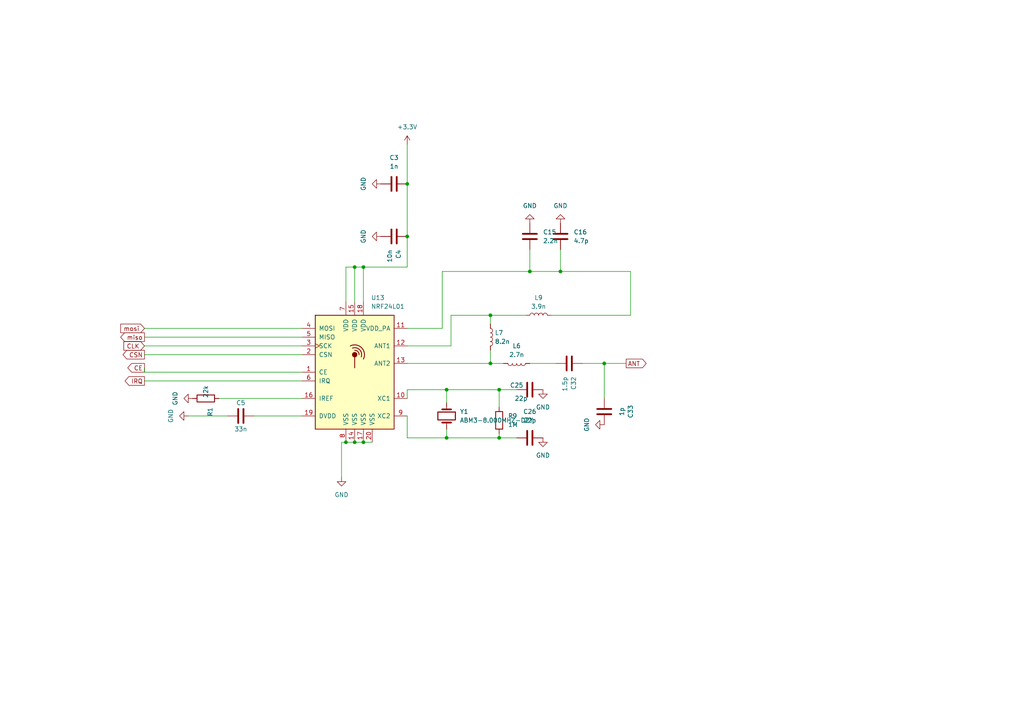
<source format=kicad_sch>
(kicad_sch (version 20230121) (generator eeschema)

  (uuid 1427096d-f0b9-4ecc-a733-fdb8cd640895)

  (paper "A4")

  (lib_symbols
    (symbol "Device:C" (pin_numbers hide) (pin_names (offset 0.254)) (in_bom yes) (on_board yes)
      (property "Reference" "C" (at 0.635 2.54 0)
        (effects (font (size 1.27 1.27)) (justify left))
      )
      (property "Value" "C" (at 0.635 -2.54 0)
        (effects (font (size 1.27 1.27)) (justify left))
      )
      (property "Footprint" "" (at 0.9652 -3.81 0)
        (effects (font (size 1.27 1.27)) hide)
      )
      (property "Datasheet" "~" (at 0 0 0)
        (effects (font (size 1.27 1.27)) hide)
      )
      (property "ki_keywords" "cap capacitor" (at 0 0 0)
        (effects (font (size 1.27 1.27)) hide)
      )
      (property "ki_description" "Unpolarized capacitor" (at 0 0 0)
        (effects (font (size 1.27 1.27)) hide)
      )
      (property "ki_fp_filters" "C_*" (at 0 0 0)
        (effects (font (size 1.27 1.27)) hide)
      )
      (symbol "C_0_1"
        (polyline
          (pts
            (xy -2.032 -0.762)
            (xy 2.032 -0.762)
          )
          (stroke (width 0.508) (type default))
          (fill (type none))
        )
        (polyline
          (pts
            (xy -2.032 0.762)
            (xy 2.032 0.762)
          )
          (stroke (width 0.508) (type default))
          (fill (type none))
        )
      )
      (symbol "C_1_1"
        (pin passive line (at 0 3.81 270) (length 2.794)
          (name "~" (effects (font (size 1.27 1.27))))
          (number "1" (effects (font (size 1.27 1.27))))
        )
        (pin passive line (at 0 -3.81 90) (length 2.794)
          (name "~" (effects (font (size 1.27 1.27))))
          (number "2" (effects (font (size 1.27 1.27))))
        )
      )
    )
    (symbol "Device:Crystal" (pin_numbers hide) (pin_names (offset 1.016) hide) (in_bom yes) (on_board yes)
      (property "Reference" "Y" (at 0 3.81 0)
        (effects (font (size 1.27 1.27)))
      )
      (property "Value" "Crystal" (at 0 -3.81 0)
        (effects (font (size 1.27 1.27)))
      )
      (property "Footprint" "" (at 0 0 0)
        (effects (font (size 1.27 1.27)) hide)
      )
      (property "Datasheet" "~" (at 0 0 0)
        (effects (font (size 1.27 1.27)) hide)
      )
      (property "ki_keywords" "quartz ceramic resonator oscillator" (at 0 0 0)
        (effects (font (size 1.27 1.27)) hide)
      )
      (property "ki_description" "Two pin crystal" (at 0 0 0)
        (effects (font (size 1.27 1.27)) hide)
      )
      (property "ki_fp_filters" "Crystal*" (at 0 0 0)
        (effects (font (size 1.27 1.27)) hide)
      )
      (symbol "Crystal_0_1"
        (rectangle (start -1.143 2.54) (end 1.143 -2.54)
          (stroke (width 0.3048) (type default))
          (fill (type none))
        )
        (polyline
          (pts
            (xy -2.54 0)
            (xy -1.905 0)
          )
          (stroke (width 0) (type default))
          (fill (type none))
        )
        (polyline
          (pts
            (xy -1.905 -1.27)
            (xy -1.905 1.27)
          )
          (stroke (width 0.508) (type default))
          (fill (type none))
        )
        (polyline
          (pts
            (xy 1.905 -1.27)
            (xy 1.905 1.27)
          )
          (stroke (width 0.508) (type default))
          (fill (type none))
        )
        (polyline
          (pts
            (xy 2.54 0)
            (xy 1.905 0)
          )
          (stroke (width 0) (type default))
          (fill (type none))
        )
      )
      (symbol "Crystal_1_1"
        (pin passive line (at -3.81 0 0) (length 1.27)
          (name "1" (effects (font (size 1.27 1.27))))
          (number "1" (effects (font (size 1.27 1.27))))
        )
        (pin passive line (at 3.81 0 180) (length 1.27)
          (name "2" (effects (font (size 1.27 1.27))))
          (number "2" (effects (font (size 1.27 1.27))))
        )
      )
    )
    (symbol "Device:L" (pin_numbers hide) (pin_names (offset 1.016) hide) (in_bom yes) (on_board yes)
      (property "Reference" "L" (at -1.27 0 90)
        (effects (font (size 1.27 1.27)))
      )
      (property "Value" "L" (at 1.905 0 90)
        (effects (font (size 1.27 1.27)))
      )
      (property "Footprint" "" (at 0 0 0)
        (effects (font (size 1.27 1.27)) hide)
      )
      (property "Datasheet" "~" (at 0 0 0)
        (effects (font (size 1.27 1.27)) hide)
      )
      (property "ki_keywords" "inductor choke coil reactor magnetic" (at 0 0 0)
        (effects (font (size 1.27 1.27)) hide)
      )
      (property "ki_description" "Inductor" (at 0 0 0)
        (effects (font (size 1.27 1.27)) hide)
      )
      (property "ki_fp_filters" "Choke_* *Coil* Inductor_* L_*" (at 0 0 0)
        (effects (font (size 1.27 1.27)) hide)
      )
      (symbol "L_0_1"
        (arc (start 0 -2.54) (mid 0.6323 -1.905) (end 0 -1.27)
          (stroke (width 0) (type default))
          (fill (type none))
        )
        (arc (start 0 -1.27) (mid 0.6323 -0.635) (end 0 0)
          (stroke (width 0) (type default))
          (fill (type none))
        )
        (arc (start 0 0) (mid 0.6323 0.635) (end 0 1.27)
          (stroke (width 0) (type default))
          (fill (type none))
        )
        (arc (start 0 1.27) (mid 0.6323 1.905) (end 0 2.54)
          (stroke (width 0) (type default))
          (fill (type none))
        )
      )
      (symbol "L_1_1"
        (pin passive line (at 0 3.81 270) (length 1.27)
          (name "1" (effects (font (size 1.27 1.27))))
          (number "1" (effects (font (size 1.27 1.27))))
        )
        (pin passive line (at 0 -3.81 90) (length 1.27)
          (name "2" (effects (font (size 1.27 1.27))))
          (number "2" (effects (font (size 1.27 1.27))))
        )
      )
    )
    (symbol "Device:R" (pin_numbers hide) (pin_names (offset 0)) (in_bom yes) (on_board yes)
      (property "Reference" "R" (at 2.032 0 90)
        (effects (font (size 1.27 1.27)))
      )
      (property "Value" "R" (at 0 0 90)
        (effects (font (size 1.27 1.27)))
      )
      (property "Footprint" "" (at -1.778 0 90)
        (effects (font (size 1.27 1.27)) hide)
      )
      (property "Datasheet" "~" (at 0 0 0)
        (effects (font (size 1.27 1.27)) hide)
      )
      (property "ki_keywords" "R res resistor" (at 0 0 0)
        (effects (font (size 1.27 1.27)) hide)
      )
      (property "ki_description" "Resistor" (at 0 0 0)
        (effects (font (size 1.27 1.27)) hide)
      )
      (property "ki_fp_filters" "R_*" (at 0 0 0)
        (effects (font (size 1.27 1.27)) hide)
      )
      (symbol "R_0_1"
        (rectangle (start -1.016 -2.54) (end 1.016 2.54)
          (stroke (width 0.254) (type default))
          (fill (type none))
        )
      )
      (symbol "R_1_1"
        (pin passive line (at 0 3.81 270) (length 1.27)
          (name "~" (effects (font (size 1.27 1.27))))
          (number "1" (effects (font (size 1.27 1.27))))
        )
        (pin passive line (at 0 -3.81 90) (length 1.27)
          (name "~" (effects (font (size 1.27 1.27))))
          (number "2" (effects (font (size 1.27 1.27))))
        )
      )
    )
    (symbol "NRF24L01_1" (pin_names (offset 1.016)) (in_bom yes) (on_board yes)
      (property "Reference" "U7" (at 8.0361 22.86 90)
        (effects (font (size 1.27 1.27)))
      )
      (property "Value" "NRF24L01" (at 5.4961 22.86 90)
        (effects (font (size 1.27 1.27)))
      )
      (property "Footprint" "Package_DFN_QFN:QFN-20-1EP_4x4mm_P0.5mm_EP2.5x2.5mm" (at 5.08 20.32 0)
        (effects (font (size 1.27 1.27) italic) (justify left) hide)
      )
      (property "Datasheet" "http://www.nordicsemi.com/eng/content/download/2730/34105/file/nRF24L01_Product_Specification_v2_0.pdf" (at 0 2.54 0)
        (effects (font (size 1.27 1.27)) hide)
      )
      (property "ki_keywords" "Low Power RF Transceiver" (at 0 0 0)
        (effects (font (size 1.27 1.27)) hide)
      )
      (property "ki_description" "Ultra low power 2.4GHz RF Transceiver, QFN-20" (at 0 0 0)
        (effects (font (size 1.27 1.27)) hide)
      )
      (property "ki_fp_filters" "QFN*4x4*0.5mm*" (at 0 0 0)
        (effects (font (size 1.27 1.27)) hide)
      )
      (symbol "NRF24L01_1_0_1"
        (rectangle (start -11.43 16.51) (end 11.43 -16.51)
          (stroke (width 0.254) (type default))
          (fill (type background))
        )
        (polyline
          (pts
            (xy 0 4.445)
            (xy 0 1.27)
          )
          (stroke (width 0.254) (type default))
          (fill (type none))
        )
        (circle (center 0 5.08) (radius 0.635)
          (stroke (width 0.254) (type default))
          (fill (type outline))
        )
        (arc (start 1.27 5.08) (mid 0.9071 5.9946) (end 0 6.35)
          (stroke (width 0.254) (type default))
          (fill (type none))
        )
        (arc (start 1.905 4.445) (mid 1.4313 6.5254) (end -0.635 6.985)
          (stroke (width 0.254) (type default))
          (fill (type none))
        )
        (arc (start 2.54 3.81) (mid 2.008 7.088) (end -1.27 7.62)
          (stroke (width 0.254) (type default))
          (fill (type none))
        )
        (rectangle (start 11.43 -13.97) (end 11.43 -13.97)
          (stroke (width 0) (type default))
          (fill (type none))
        )
      )
      (symbol "NRF24L01_1_1_1"
        (pin input line (at -15.24 0 0) (length 3.81)
          (name "CE" (effects (font (size 1.27 1.27))))
          (number "1" (effects (font (size 1.27 1.27))))
        )
        (pin passive line (at 15.24 -7.62 180) (length 3.81)
          (name "XC1" (effects (font (size 1.27 1.27))))
          (number "10" (effects (font (size 1.27 1.27))))
        )
        (pin power_out line (at 15.24 12.7 180) (length 3.81)
          (name "VDD_PA" (effects (font (size 1.27 1.27))))
          (number "11" (effects (font (size 1.27 1.27))))
        )
        (pin passive line (at 15.24 7.62 180) (length 3.81)
          (name "ANT1" (effects (font (size 1.27 1.27))))
          (number "12" (effects (font (size 1.27 1.27))))
        )
        (pin passive line (at 15.24 2.54 180) (length 3.81)
          (name "ANT2" (effects (font (size 1.27 1.27))))
          (number "13" (effects (font (size 1.27 1.27))))
        )
        (pin power_in line (at 0 -20.32 90) (length 3.81)
          (name "VSS" (effects (font (size 1.27 1.27))))
          (number "14" (effects (font (size 1.27 1.27))))
        )
        (pin power_in line (at 0 20.32 270) (length 3.81)
          (name "VDD" (effects (font (size 1.27 1.27))))
          (number "15" (effects (font (size 1.27 1.27))))
        )
        (pin passive line (at -15.24 -7.62 0) (length 3.81)
          (name "IREF" (effects (font (size 1.27 1.27))))
          (number "16" (effects (font (size 1.27 1.27))))
        )
        (pin power_in line (at 2.54 -20.32 90) (length 3.81)
          (name "VSS" (effects (font (size 1.27 1.27))))
          (number "17" (effects (font (size 1.27 1.27))))
        )
        (pin power_in line (at 2.54 20.32 270) (length 3.81)
          (name "VDD" (effects (font (size 1.27 1.27))))
          (number "18" (effects (font (size 1.27 1.27))))
        )
        (pin power_out line (at -15.24 -12.7 0) (length 3.81)
          (name "DVDD" (effects (font (size 1.27 1.27))))
          (number "19" (effects (font (size 1.27 1.27))))
        )
        (pin input line (at -15.24 5.08 0) (length 3.81)
          (name "CSN" (effects (font (size 1.27 1.27))))
          (number "2" (effects (font (size 1.27 1.27))))
        )
        (pin power_in line (at 5.08 -20.32 90) (length 3.81)
          (name "VSS" (effects (font (size 1.27 1.27))))
          (number "20" (effects (font (size 1.27 1.27))))
        )
        (pin input clock (at -15.24 7.62 0) (length 3.81)
          (name "SCK" (effects (font (size 1.27 1.27))))
          (number "3" (effects (font (size 1.27 1.27))))
        )
        (pin input line (at -15.24 12.7 0) (length 3.81)
          (name "MOSI" (effects (font (size 1.27 1.27))))
          (number "4" (effects (font (size 1.27 1.27))))
        )
        (pin output line (at -15.24 10.16 0) (length 3.81)
          (name "MISO" (effects (font (size 1.27 1.27))))
          (number "5" (effects (font (size 1.27 1.27))))
        )
        (pin output line (at -15.24 -2.54 0) (length 3.81)
          (name "IRQ" (effects (font (size 1.27 1.27))))
          (number "6" (effects (font (size 1.27 1.27))))
        )
        (pin power_in line (at -2.54 20.32 270) (length 3.81)
          (name "VDD" (effects (font (size 1.27 1.27))))
          (number "7" (effects (font (size 1.27 1.27))))
        )
        (pin power_in line (at -2.54 -20.32 90) (length 3.81)
          (name "VSS" (effects (font (size 1.27 1.27))))
          (number "8" (effects (font (size 1.27 1.27))))
        )
        (pin passive line (at 15.24 -12.7 180) (length 3.81)
          (name "XC2" (effects (font (size 1.27 1.27))))
          (number "9" (effects (font (size 1.27 1.27))))
        )
      )
    )
    (symbol "power:+3.3V" (power) (pin_names (offset 0)) (in_bom yes) (on_board yes)
      (property "Reference" "#PWR" (at 0 -3.81 0)
        (effects (font (size 1.27 1.27)) hide)
      )
      (property "Value" "+3.3V" (at 0 3.556 0)
        (effects (font (size 1.27 1.27)))
      )
      (property "Footprint" "" (at 0 0 0)
        (effects (font (size 1.27 1.27)) hide)
      )
      (property "Datasheet" "" (at 0 0 0)
        (effects (font (size 1.27 1.27)) hide)
      )
      (property "ki_keywords" "global power" (at 0 0 0)
        (effects (font (size 1.27 1.27)) hide)
      )
      (property "ki_description" "Power symbol creates a global label with name \"+3.3V\"" (at 0 0 0)
        (effects (font (size 1.27 1.27)) hide)
      )
      (symbol "+3.3V_0_1"
        (polyline
          (pts
            (xy -0.762 1.27)
            (xy 0 2.54)
          )
          (stroke (width 0) (type default))
          (fill (type none))
        )
        (polyline
          (pts
            (xy 0 0)
            (xy 0 2.54)
          )
          (stroke (width 0) (type default))
          (fill (type none))
        )
        (polyline
          (pts
            (xy 0 2.54)
            (xy 0.762 1.27)
          )
          (stroke (width 0) (type default))
          (fill (type none))
        )
      )
      (symbol "+3.3V_1_1"
        (pin power_in line (at 0 0 90) (length 0) hide
          (name "+3.3V" (effects (font (size 1.27 1.27))))
          (number "1" (effects (font (size 1.27 1.27))))
        )
      )
    )
    (symbol "power:GND" (power) (pin_names (offset 0)) (in_bom yes) (on_board yes)
      (property "Reference" "#PWR" (at 0 -6.35 0)
        (effects (font (size 1.27 1.27)) hide)
      )
      (property "Value" "GND" (at 0 -3.81 0)
        (effects (font (size 1.27 1.27)))
      )
      (property "Footprint" "" (at 0 0 0)
        (effects (font (size 1.27 1.27)) hide)
      )
      (property "Datasheet" "" (at 0 0 0)
        (effects (font (size 1.27 1.27)) hide)
      )
      (property "ki_keywords" "global power" (at 0 0 0)
        (effects (font (size 1.27 1.27)) hide)
      )
      (property "ki_description" "Power symbol creates a global label with name \"GND\" , ground" (at 0 0 0)
        (effects (font (size 1.27 1.27)) hide)
      )
      (symbol "GND_0_1"
        (polyline
          (pts
            (xy 0 0)
            (xy 0 -1.27)
            (xy 1.27 -1.27)
            (xy 0 -2.54)
            (xy -1.27 -1.27)
            (xy 0 -1.27)
          )
          (stroke (width 0) (type default))
          (fill (type none))
        )
      )
      (symbol "GND_1_1"
        (pin power_in line (at 0 0 270) (length 0) hide
          (name "GND" (effects (font (size 1.27 1.27))))
          (number "1" (effects (font (size 1.27 1.27))))
        )
      )
    )
  )

  (junction (at 142.24 105.41) (diameter 0) (color 0 0 0 0)
    (uuid 11e8a29a-ac1e-4425-9dae-eb0e81fc23cb)
  )
  (junction (at 153.67 78.74) (diameter 0) (color 0 0 0 0)
    (uuid 144d9de3-7248-447a-9578-130b13e79499)
  )
  (junction (at 175.26 105.41) (diameter 0) (color 0 0 0 0)
    (uuid 25fa6ec2-f4c4-4056-82d9-9bf9a1c0cd12)
  )
  (junction (at 144.78 127) (diameter 0) (color 0 0 0 0)
    (uuid 2ce53695-7ee0-48c3-80f7-d2eb20a22a65)
  )
  (junction (at 102.87 77.47) (diameter 0) (color 0 0 0 0)
    (uuid 3cb6f9e9-c29c-45d3-b374-0c78646e79c4)
  )
  (junction (at 118.11 53.34) (diameter 0) (color 0 0 0 0)
    (uuid 495ca338-fa25-44f9-9841-3c99ba85dc2a)
  )
  (junction (at 105.41 128.27) (diameter 0) (color 0 0 0 0)
    (uuid 5849ff8c-ac36-40d3-b193-6eace19d3ac8)
  )
  (junction (at 100.33 128.27) (diameter 0) (color 0 0 0 0)
    (uuid 7dbc2a60-ef0d-4d6d-81be-ec4f6fe52096)
  )
  (junction (at 129.54 113.03) (diameter 0) (color 0 0 0 0)
    (uuid 85e5737a-0f19-4ebb-8a26-0bd0c2372ab7)
  )
  (junction (at 142.24 91.44) (diameter 0) (color 0 0 0 0)
    (uuid adb59b24-bed6-43e3-ac2e-40a060ce7f40)
  )
  (junction (at 129.54 127) (diameter 0) (color 0 0 0 0)
    (uuid b2b22f80-4f64-43cb-8902-b189264accd3)
  )
  (junction (at 144.78 113.03) (diameter 0) (color 0 0 0 0)
    (uuid b60306ae-3cb0-4660-917b-2bb2a8e41262)
  )
  (junction (at 162.56 78.74) (diameter 0) (color 0 0 0 0)
    (uuid db208fea-2c8b-4e87-bd1c-747e1b29a36a)
  )
  (junction (at 105.41 77.47) (diameter 0) (color 0 0 0 0)
    (uuid e2c34425-bb88-4d8b-9688-13b48c138587)
  )
  (junction (at 118.11 68.58) (diameter 0) (color 0 0 0 0)
    (uuid e751821a-9d07-4a2c-94f8-d9598ad2f1d8)
  )
  (junction (at 102.87 128.27) (diameter 0) (color 0 0 0 0)
    (uuid f0825cbd-e39b-4188-aed3-ae9156311bbb)
  )

  (wire (pts (xy 118.11 68.58) (xy 118.11 77.47))
    (stroke (width 0) (type default))
    (uuid 017e2bea-239b-4e5a-98d9-2274bd6b7b5c)
  )
  (wire (pts (xy 41.91 100.33) (xy 87.63 100.33))
    (stroke (width 0) (type default))
    (uuid 022e5c28-69d2-4082-9771-05f9f4704cbd)
  )
  (wire (pts (xy 102.87 77.47) (xy 100.33 77.47))
    (stroke (width 0) (type default))
    (uuid 0840785b-7243-4e0b-8639-8ca48142e20a)
  )
  (wire (pts (xy 41.91 97.79) (xy 87.63 97.79))
    (stroke (width 0) (type default))
    (uuid 10a926f1-4625-4fc0-95a7-75191e79133c)
  )
  (wire (pts (xy 102.87 128.27) (xy 100.33 128.27))
    (stroke (width 0) (type default))
    (uuid 10ab4d9b-3f4f-405a-8117-7bc2c73ada61)
  )
  (wire (pts (xy 128.27 78.74) (xy 153.67 78.74))
    (stroke (width 0) (type default))
    (uuid 14921321-966e-42aa-8240-2a310f7f754f)
  )
  (wire (pts (xy 130.81 91.44) (xy 142.24 91.44))
    (stroke (width 0) (type default))
    (uuid 1e3d35f2-4365-4891-bed3-1275306fc27a)
  )
  (wire (pts (xy 118.11 120.65) (xy 118.11 127))
    (stroke (width 0) (type default))
    (uuid 24f41dee-9bac-4486-8324-abaf0425cdfe)
  )
  (wire (pts (xy 142.24 105.41) (xy 146.05 105.41))
    (stroke (width 0) (type default))
    (uuid 2828f417-6d99-49bc-8a57-eecd9ef64696)
  )
  (wire (pts (xy 118.11 115.57) (xy 118.11 113.03))
    (stroke (width 0) (type default))
    (uuid 288ea233-1cde-4404-8924-1570afc3ff38)
  )
  (wire (pts (xy 162.56 78.74) (xy 182.88 78.74))
    (stroke (width 0) (type default))
    (uuid 3344b5e9-a380-48ea-9333-b7b37746ce5f)
  )
  (wire (pts (xy 144.78 125.73) (xy 144.78 127))
    (stroke (width 0) (type default))
    (uuid 39524b4a-293d-4524-b51f-476fa5c55819)
  )
  (wire (pts (xy 41.91 102.87) (xy 87.63 102.87))
    (stroke (width 0) (type default))
    (uuid 3a7d65cd-154b-4f43-b9b3-1ac111436a35)
  )
  (wire (pts (xy 142.24 91.44) (xy 152.4 91.44))
    (stroke (width 0) (type default))
    (uuid 3cd2fc07-5730-41bc-88fa-bab89ff02934)
  )
  (wire (pts (xy 142.24 91.44) (xy 142.24 93.98))
    (stroke (width 0) (type default))
    (uuid 3e9fa7d3-026d-4423-b10e-c41e8d66a778)
  )
  (wire (pts (xy 100.33 128.27) (xy 99.06 128.27))
    (stroke (width 0) (type default))
    (uuid 3ed51695-44e8-4d14-aeef-f6578c611ab8)
  )
  (wire (pts (xy 118.11 95.25) (xy 128.27 95.25))
    (stroke (width 0) (type default))
    (uuid 409dc68c-2eea-42c5-8dc3-66da4407d418)
  )
  (wire (pts (xy 118.11 127) (xy 129.54 127))
    (stroke (width 0) (type default))
    (uuid 45dd0802-42c9-4439-9835-a81da8f59a75)
  )
  (wire (pts (xy 118.11 77.47) (xy 105.41 77.47))
    (stroke (width 0) (type default))
    (uuid 4e8f4fc7-03a1-4b5d-97da-8c2db69c6cf7)
  )
  (wire (pts (xy 129.54 113.03) (xy 129.54 116.84))
    (stroke (width 0) (type default))
    (uuid 546fa0a7-0244-46c7-8838-5682f8d19f98)
  )
  (wire (pts (xy 129.54 127) (xy 144.78 127))
    (stroke (width 0) (type default))
    (uuid 576d8a94-7248-4772-84d7-4e0c64aa1f1a)
  )
  (wire (pts (xy 142.24 101.6) (xy 142.24 105.41))
    (stroke (width 0) (type default))
    (uuid 5cfc8bb9-1d0c-4acf-b2a1-831b06496552)
  )
  (wire (pts (xy 66.04 120.65) (xy 54.61 120.65))
    (stroke (width 0) (type default))
    (uuid 6147fb4c-4236-4a9d-a59f-9a7b95b9fd63)
  )
  (wire (pts (xy 73.66 120.65) (xy 87.63 120.65))
    (stroke (width 0) (type default))
    (uuid 62fc2139-e3a0-49e9-940d-9c6d421f96e5)
  )
  (wire (pts (xy 175.26 105.41) (xy 168.91 105.41))
    (stroke (width 0) (type default))
    (uuid 688eee54-fcd1-4224-80ce-541f1325504e)
  )
  (wire (pts (xy 153.67 72.39) (xy 153.67 78.74))
    (stroke (width 0) (type default))
    (uuid 6c3b93d2-21f0-40ed-b8bb-e9b2d82a3e1e)
  )
  (wire (pts (xy 105.41 77.47) (xy 102.87 77.47))
    (stroke (width 0) (type default))
    (uuid 6f557bcc-f32c-4fb5-976a-3173e544d2e1)
  )
  (wire (pts (xy 153.67 78.74) (xy 162.56 78.74))
    (stroke (width 0) (type default))
    (uuid 6f63af01-0690-44c8-8660-d43c1849dbc5)
  )
  (wire (pts (xy 118.11 41.91) (xy 118.11 53.34))
    (stroke (width 0) (type default))
    (uuid 6fc25e8d-0721-4e86-a7c4-7a21df20fb7f)
  )
  (wire (pts (xy 41.91 110.49) (xy 87.63 110.49))
    (stroke (width 0) (type default))
    (uuid 754a0788-ebfb-45f3-9a40-5815539a55b9)
  )
  (wire (pts (xy 118.11 100.33) (xy 130.81 100.33))
    (stroke (width 0) (type default))
    (uuid 77eacc0b-2d76-4c34-86ae-a7d6ca0602c2)
  )
  (wire (pts (xy 129.54 124.46) (xy 129.54 127))
    (stroke (width 0) (type default))
    (uuid 7955c170-33d2-4a37-8563-5b3c809161c6)
  )
  (wire (pts (xy 181.61 105.41) (xy 175.26 105.41))
    (stroke (width 0) (type default))
    (uuid 79d9a5ed-431c-4d03-8478-86fe524330aa)
  )
  (wire (pts (xy 144.78 113.03) (xy 144.78 118.11))
    (stroke (width 0) (type default))
    (uuid 7cec6d5b-f35b-4968-9b8b-70ce51da04b5)
  )
  (wire (pts (xy 99.06 128.27) (xy 99.06 138.43))
    (stroke (width 0) (type default))
    (uuid 7ced00e4-8d78-4f9f-9eae-f56ab12ecc6d)
  )
  (wire (pts (xy 161.29 105.41) (xy 153.67 105.41))
    (stroke (width 0) (type default))
    (uuid 8569e37b-ad54-4bc4-9425-f184b625c60e)
  )
  (wire (pts (xy 107.95 128.27) (xy 105.41 128.27))
    (stroke (width 0) (type default))
    (uuid 88cb8b4a-40de-48db-86db-b70fa95cd4ff)
  )
  (wire (pts (xy 162.56 72.39) (xy 162.56 78.74))
    (stroke (width 0) (type default))
    (uuid 89c128d3-674f-4633-ba35-ab3dd2bd0349)
  )
  (wire (pts (xy 129.54 113.03) (xy 144.78 113.03))
    (stroke (width 0) (type default))
    (uuid 8a2f8bf5-9c59-4ef5-8450-b228fe7f0d92)
  )
  (wire (pts (xy 105.41 128.27) (xy 102.87 128.27))
    (stroke (width 0) (type default))
    (uuid 8ca7314f-92ce-4dff-a946-8e2052fbcf80)
  )
  (wire (pts (xy 41.91 106.68) (xy 41.91 107.95))
    (stroke (width 0) (type default))
    (uuid 920c0169-22f7-448e-b8c2-e16adb462272)
  )
  (wire (pts (xy 118.11 113.03) (xy 129.54 113.03))
    (stroke (width 0) (type default))
    (uuid 9e02e792-4aa2-405e-91d0-cff6fdf48b8e)
  )
  (wire (pts (xy 144.78 113.03) (xy 149.86 113.03))
    (stroke (width 0) (type default))
    (uuid a1a7983c-1f07-4973-ae13-a7b247581602)
  )
  (wire (pts (xy 118.11 53.34) (xy 118.11 68.58))
    (stroke (width 0) (type default))
    (uuid ae803d93-5c7a-445a-a547-659e85fd9773)
  )
  (wire (pts (xy 175.26 105.41) (xy 175.26 115.57))
    (stroke (width 0) (type default))
    (uuid b843c366-8f48-4001-9e08-559f98240a59)
  )
  (wire (pts (xy 182.88 78.74) (xy 182.88 91.44))
    (stroke (width 0) (type default))
    (uuid bc11163d-0ef5-40a1-8d44-f0180ec3827a)
  )
  (wire (pts (xy 118.11 105.41) (xy 142.24 105.41))
    (stroke (width 0) (type default))
    (uuid bc929d34-139b-42ee-bef9-2230daf43c50)
  )
  (wire (pts (xy 41.91 107.95) (xy 87.63 107.95))
    (stroke (width 0) (type default))
    (uuid c5423463-b281-46c6-b91e-ddb2b9a6f598)
  )
  (wire (pts (xy 100.33 77.47) (xy 100.33 87.63))
    (stroke (width 0) (type default))
    (uuid c5a4dbce-27af-40bd-9160-a46696f66b11)
  )
  (wire (pts (xy 105.41 77.47) (xy 105.41 87.63))
    (stroke (width 0) (type default))
    (uuid cc8ac8ad-b158-4934-a52b-f70050c96ed3)
  )
  (wire (pts (xy 102.87 77.47) (xy 102.87 87.63))
    (stroke (width 0) (type default))
    (uuid d86f978e-eca3-40ad-9893-20add7d92641)
  )
  (wire (pts (xy 128.27 78.74) (xy 128.27 95.25))
    (stroke (width 0) (type default))
    (uuid dccbc566-217f-412f-bccb-65400b29d8ef)
  )
  (wire (pts (xy 160.02 91.44) (xy 182.88 91.44))
    (stroke (width 0) (type default))
    (uuid ef195df2-6d4a-4cbf-8408-7dac4732b245)
  )
  (wire (pts (xy 130.81 91.44) (xy 130.81 100.33))
    (stroke (width 0) (type default))
    (uuid eff8667b-fc3e-4849-bdea-79502460b81b)
  )
  (wire (pts (xy 144.78 127) (xy 149.86 127))
    (stroke (width 0) (type default))
    (uuid f3e638b6-4116-45e6-a0ee-7471549be403)
  )
  (wire (pts (xy 63.5 115.57) (xy 87.63 115.57))
    (stroke (width 0) (type default))
    (uuid fd71fda6-f011-4832-8ef5-644ca429131c)
  )
  (wire (pts (xy 87.63 95.25) (xy 41.91 95.25))
    (stroke (width 0) (type default))
    (uuid fdde08db-5de8-45e0-98f5-96589b9d5444)
  )

  (global_label "ANT" (shape output) (at 181.61 105.41 0) (fields_autoplaced)
    (effects (font (size 1.27 1.27)) (justify left))
    (uuid 1d509353-a372-4e51-b1e7-99a86182f313)
    (property "Intersheetrefs" "${INTERSHEET_REFS}" (at 187.9819 105.41 0)
      (effects (font (size 1.27 1.27)) (justify left) hide)
    )
  )
  (global_label "CLK" (shape input) (at 41.91 100.33 180) (fields_autoplaced)
    (effects (font (size 1.27 1.27)) (justify right))
    (uuid 2a00e972-c311-4368-b3d4-0cbcadb7f6e7)
    (property "Intersheetrefs" "${INTERSHEET_REFS}" (at 35.3567 100.33 0)
      (effects (font (size 1.27 1.27)) (justify right) hide)
    )
  )
  (global_label "CE" (shape output) (at 41.91 106.68 180) (fields_autoplaced)
    (effects (font (size 1.27 1.27)) (justify right))
    (uuid 3b4c48a2-7606-43a6-b5d2-34cccccb0d91)
    (property "Intersheetrefs" "${INTERSHEET_REFS}" (at 36.5058 106.68 0)
      (effects (font (size 1.27 1.27)) (justify right) hide)
    )
  )
  (global_label "miso" (shape output) (at 41.91 97.79 180) (fields_autoplaced)
    (effects (font (size 1.27 1.27)) (justify right))
    (uuid 48e61306-690f-4d48-82e2-d2da45d8960b)
    (property "Intersheetrefs" "${INTERSHEET_REFS}" (at 34.4496 97.79 0)
      (effects (font (size 1.27 1.27)) (justify right) hide)
    )
  )
  (global_label "mosi" (shape input) (at 41.91 95.25 180) (fields_autoplaced)
    (effects (font (size 1.27 1.27)) (justify right))
    (uuid c13c42c3-291a-4a3e-a477-eb37b26109b6)
    (property "Intersheetrefs" "${INTERSHEET_REFS}" (at 34.4496 95.25 0)
      (effects (font (size 1.27 1.27)) (justify right) hide)
    )
  )
  (global_label "CSN" (shape output) (at 41.91 102.87 180) (fields_autoplaced)
    (effects (font (size 1.27 1.27)) (justify right))
    (uuid da915d3e-f022-40cb-8a11-35fde8769e1d)
    (property "Intersheetrefs" "${INTERSHEET_REFS}" (at 35.1148 102.87 0)
      (effects (font (size 1.27 1.27)) (justify right) hide)
    )
  )
  (global_label "IRQ" (shape output) (at 41.91 110.49 180) (fields_autoplaced)
    (effects (font (size 1.27 1.27)) (justify right))
    (uuid e6f46bf1-e87e-48b6-993f-19a0eb70d0e8)
    (property "Intersheetrefs" "${INTERSHEET_REFS}" (at 35.7195 110.49 0)
      (effects (font (size 1.27 1.27)) (justify right) hide)
    )
  )

  (symbol (lib_id "Device:L") (at 142.24 97.79 0) (unit 1)
    (in_bom yes) (on_board yes) (dnp no) (fields_autoplaced)
    (uuid 00604747-73a3-483f-a6a7-f33323d77010)
    (property "Reference" "L7" (at 143.51 96.52 0)
      (effects (font (size 1.27 1.27)) (justify left))
    )
    (property "Value" "8.2n" (at 143.51 99.06 0)
      (effects (font (size 1.27 1.27)) (justify left))
    )
    (property "Footprint" "" (at 142.24 97.79 0)
      (effects (font (size 1.27 1.27)) hide)
    )
    (property "Datasheet" "~" (at 142.24 97.79 0)
      (effects (font (size 1.27 1.27)) hide)
    )
    (pin "1" (uuid a812ce3a-c772-4ce4-82fd-7de0e1093233))
    (pin "2" (uuid 26cc9259-8b4d-47b4-a362-aa422e215798))
    (instances
      (project "circuit-design-project"
        (path "/5edc11a2-8836-4620-96d3-084a4c3d792c/6832ff7e-1bea-41f8-b50e-c78be3f04447"
          (reference "L7") (unit 1)
        )
      )
    )
  )

  (symbol (lib_id "power:GND") (at 110.49 53.34 270) (unit 1)
    (in_bom yes) (on_board yes) (dnp no) (fields_autoplaced)
    (uuid 0554fa18-605c-4fd5-bdb0-58c13b8e6f7b)
    (property "Reference" "#PWR07" (at 104.14 53.34 0)
      (effects (font (size 1.27 1.27)) hide)
    )
    (property "Value" "GND" (at 105.41 53.34 0)
      (effects (font (size 1.27 1.27)))
    )
    (property "Footprint" "" (at 110.49 53.34 0)
      (effects (font (size 1.27 1.27)) hide)
    )
    (property "Datasheet" "" (at 110.49 53.34 0)
      (effects (font (size 1.27 1.27)) hide)
    )
    (pin "1" (uuid 00cb290e-3329-42b5-8319-2842231cec74))
    (instances
      (project "circuit-design-project"
        (path "/5edc11a2-8836-4620-96d3-084a4c3d792c"
          (reference "#PWR07") (unit 1)
        )
        (path "/5edc11a2-8836-4620-96d3-084a4c3d792c/6832ff7e-1bea-41f8-b50e-c78be3f04447"
          (reference "#PWR049") (unit 1)
        )
      )
    )
  )

  (symbol (lib_id "power:GND") (at 55.88 115.57 270) (unit 1)
    (in_bom yes) (on_board yes) (dnp no) (fields_autoplaced)
    (uuid 13a953fc-171f-437e-a048-7ccd78874963)
    (property "Reference" "#PWR012" (at 49.53 115.57 0)
      (effects (font (size 1.27 1.27)) hide)
    )
    (property "Value" "GND" (at 50.8 115.57 0)
      (effects (font (size 1.27 1.27)))
    )
    (property "Footprint" "" (at 55.88 115.57 0)
      (effects (font (size 1.27 1.27)) hide)
    )
    (property "Datasheet" "" (at 55.88 115.57 0)
      (effects (font (size 1.27 1.27)) hide)
    )
    (pin "1" (uuid c49801df-4737-425b-8e2b-7e84681a29bf))
    (instances
      (project "circuit-design-project"
        (path "/5edc11a2-8836-4620-96d3-084a4c3d792c"
          (reference "#PWR012") (unit 1)
        )
        (path "/5edc11a2-8836-4620-96d3-084a4c3d792c/6832ff7e-1bea-41f8-b50e-c78be3f04447"
          (reference "#PWR053") (unit 1)
        )
      )
    )
  )

  (symbol (lib_id "Device:C") (at 153.67 68.58 0) (unit 1)
    (in_bom yes) (on_board yes) (dnp no) (fields_autoplaced)
    (uuid 409c2684-68c5-4439-9575-a480051c6bc2)
    (property "Reference" "C15" (at 157.48 67.31 0)
      (effects (font (size 1.27 1.27)) (justify left))
    )
    (property "Value" "2.2n" (at 157.48 69.85 0)
      (effects (font (size 1.27 1.27)) (justify left))
    )
    (property "Footprint" "" (at 154.6352 72.39 0)
      (effects (font (size 1.27 1.27)) hide)
    )
    (property "Datasheet" "~" (at 153.67 68.58 0)
      (effects (font (size 1.27 1.27)) hide)
    )
    (pin "1" (uuid bff445bf-d214-4746-b890-359157b3e069))
    (pin "2" (uuid 5609af4c-5754-499e-a30f-e4b5dbe0b490))
    (instances
      (project "circuit-design-project"
        (path "/5edc11a2-8836-4620-96d3-084a4c3d792c/6832ff7e-1bea-41f8-b50e-c78be3f04447"
          (reference "C15") (unit 1)
        )
      )
    )
  )

  (symbol (lib_id "power:GND") (at 153.67 64.77 180) (unit 1)
    (in_bom yes) (on_board yes) (dnp no) (fields_autoplaced)
    (uuid 4deaa518-74aa-425e-94df-34325b708d05)
    (property "Reference" "#PWR025" (at 153.67 58.42 0)
      (effects (font (size 1.27 1.27)) hide)
    )
    (property "Value" "GND" (at 153.67 59.69 0)
      (effects (font (size 1.27 1.27)))
    )
    (property "Footprint" "" (at 153.67 64.77 0)
      (effects (font (size 1.27 1.27)) hide)
    )
    (property "Datasheet" "" (at 153.67 64.77 0)
      (effects (font (size 1.27 1.27)) hide)
    )
    (pin "1" (uuid 492b5e82-0218-4c4c-9595-34041c232938))
    (instances
      (project "circuit-design-project"
        (path "/5edc11a2-8836-4620-96d3-084a4c3d792c/6832ff7e-1bea-41f8-b50e-c78be3f04447"
          (reference "#PWR025") (unit 1)
        )
      )
    )
  )

  (symbol (lib_id "power:GND") (at 157.48 113.03 0) (unit 1)
    (in_bom yes) (on_board yes) (dnp no) (fields_autoplaced)
    (uuid 51c6c32d-b49f-4087-8649-192612e3a588)
    (property "Reference" "#PWR039" (at 157.48 119.38 0)
      (effects (font (size 1.27 1.27)) hide)
    )
    (property "Value" "GND" (at 157.48 118.11 0)
      (effects (font (size 1.27 1.27)))
    )
    (property "Footprint" "" (at 157.48 113.03 0)
      (effects (font (size 1.27 1.27)) hide)
    )
    (property "Datasheet" "" (at 157.48 113.03 0)
      (effects (font (size 1.27 1.27)) hide)
    )
    (pin "1" (uuid 47e2ad99-eadf-47e2-bec0-993653abc0c8))
    (instances
      (project "circuit-design-project"
        (path "/5edc11a2-8836-4620-96d3-084a4c3d792c/7cc093cf-7d35-47c1-a2c0-c4a7dfa19d71"
          (reference "#PWR039") (unit 1)
        )
        (path "/5edc11a2-8836-4620-96d3-084a4c3d792c/6832ff7e-1bea-41f8-b50e-c78be3f04447"
          (reference "#PWR017") (unit 1)
        )
      )
    )
  )

  (symbol (lib_id "Device:L") (at 149.86 105.41 270) (unit 1)
    (in_bom yes) (on_board yes) (dnp no) (fields_autoplaced)
    (uuid 526543ec-fda0-4895-8334-ad4671b82119)
    (property "Reference" "L6" (at 149.86 100.33 90)
      (effects (font (size 1.27 1.27)))
    )
    (property "Value" "2.7n" (at 149.86 102.87 90)
      (effects (font (size 1.27 1.27)))
    )
    (property "Footprint" "" (at 149.86 105.41 0)
      (effects (font (size 1.27 1.27)) hide)
    )
    (property "Datasheet" "~" (at 149.86 105.41 0)
      (effects (font (size 1.27 1.27)) hide)
    )
    (pin "1" (uuid b0203596-9fca-4733-8185-d26d533ba475))
    (pin "2" (uuid 0f02cad3-306e-4e2d-b610-04200609d78a))
    (instances
      (project "circuit-design-project"
        (path "/5edc11a2-8836-4620-96d3-084a4c3d792c/6832ff7e-1bea-41f8-b50e-c78be3f04447"
          (reference "L6") (unit 1)
        )
      )
    )
  )

  (symbol (lib_id "power:GND") (at 110.49 68.58 270) (unit 1)
    (in_bom yes) (on_board yes) (dnp no) (fields_autoplaced)
    (uuid 54d189fd-d66f-4c8a-b9b9-5e2aa0fd9374)
    (property "Reference" "#PWR08" (at 104.14 68.58 0)
      (effects (font (size 1.27 1.27)) hide)
    )
    (property "Value" "GND" (at 105.41 68.58 0)
      (effects (font (size 1.27 1.27)))
    )
    (property "Footprint" "" (at 110.49 68.58 0)
      (effects (font (size 1.27 1.27)) hide)
    )
    (property "Datasheet" "" (at 110.49 68.58 0)
      (effects (font (size 1.27 1.27)) hide)
    )
    (pin "1" (uuid 7fd039ce-069c-4bb4-be4a-6e0d7d44ea82))
    (instances
      (project "circuit-design-project"
        (path "/5edc11a2-8836-4620-96d3-084a4c3d792c"
          (reference "#PWR08") (unit 1)
        )
        (path "/5edc11a2-8836-4620-96d3-084a4c3d792c/6832ff7e-1bea-41f8-b50e-c78be3f04447"
          (reference "#PWR050") (unit 1)
        )
      )
    )
  )

  (symbol (lib_id "power:GND") (at 175.26 123.19 270) (unit 1)
    (in_bom yes) (on_board yes) (dnp no) (fields_autoplaced)
    (uuid 65d12cf4-ce79-42f3-8120-19d4b6928f78)
    (property "Reference" "#PWR055" (at 168.91 123.19 0)
      (effects (font (size 1.27 1.27)) hide)
    )
    (property "Value" "GND" (at 170.18 123.19 0)
      (effects (font (size 1.27 1.27)))
    )
    (property "Footprint" "" (at 175.26 123.19 0)
      (effects (font (size 1.27 1.27)) hide)
    )
    (property "Datasheet" "" (at 175.26 123.19 0)
      (effects (font (size 1.27 1.27)) hide)
    )
    (pin "1" (uuid d5b5d459-87e6-4f92-9c09-6e22f2515505))
    (instances
      (project "circuit-design-project"
        (path "/5edc11a2-8836-4620-96d3-084a4c3d792c/6832ff7e-1bea-41f8-b50e-c78be3f04447"
          (reference "#PWR055") (unit 1)
        )
      )
    )
  )

  (symbol (lib_id "Device:R") (at 59.69 115.57 270) (unit 1)
    (in_bom yes) (on_board yes) (dnp no)
    (uuid 6809dde7-d740-457a-81f3-bf0a1b8e87f2)
    (property "Reference" "R1" (at 60.96 118.11 0)
      (effects (font (size 1.27 1.27)) (justify left))
    )
    (property "Value" "22k" (at 59.69 111.76 0)
      (effects (font (size 1.27 1.27)) (justify left))
    )
    (property "Footprint" "" (at 59.69 113.792 90)
      (effects (font (size 1.27 1.27)) hide)
    )
    (property "Datasheet" "~" (at 59.69 115.57 0)
      (effects (font (size 1.27 1.27)) hide)
    )
    (pin "1" (uuid 88c26176-688c-416d-bf75-d08eeeda57a7))
    (pin "2" (uuid de7fe261-0d2d-4194-8535-a5e7f8623cad))
    (instances
      (project "circuit-design-project"
        (path "/5edc11a2-8836-4620-96d3-084a4c3d792c"
          (reference "R1") (unit 1)
        )
        (path "/5edc11a2-8836-4620-96d3-084a4c3d792c/6832ff7e-1bea-41f8-b50e-c78be3f04447"
          (reference "R5") (unit 1)
        )
      )
    )
  )

  (symbol (lib_name "NRF24L01_1") (lib_id "RF:NRF24L01") (at 102.87 107.95 0) (unit 1)
    (in_bom yes) (on_board yes) (dnp no) (fields_autoplaced)
    (uuid 69a1ec19-2033-4710-8b1e-36f8e8e282a4)
    (property "Reference" "U13" (at 107.6041 86.36 0)
      (effects (font (size 1.27 1.27)) (justify left))
    )
    (property "Value" "NRF24L01" (at 107.6041 88.9 0)
      (effects (font (size 1.27 1.27)) (justify left))
    )
    (property "Footprint" "Package_DFN_QFN:QFN-20-1EP_4x4mm_P0.5mm_EP2.5x2.5mm" (at 107.95 87.63 0)
      (effects (font (size 1.27 1.27) italic) (justify left) hide)
    )
    (property "Datasheet" "http://www.nordicsemi.com/eng/content/download/2730/34105/file/nRF24L01_Product_Specification_v2_0.pdf" (at 102.87 105.41 0)
      (effects (font (size 1.27 1.27)) hide)
    )
    (pin "9" (uuid 74bc85ae-2c64-44cd-892c-52d5f8dc150b))
    (pin "16" (uuid 861aab14-8502-4f28-9d52-59948af17ac5))
    (pin "14" (uuid 5de12209-564a-4853-a79f-e886658b1737))
    (pin "1" (uuid 36530dac-7d55-4bd5-8a4e-6ba65de69780))
    (pin "11" (uuid 48b97943-3332-412c-9b9f-b60772a32147))
    (pin "18" (uuid e49d211f-7d72-4dec-879b-f20dda2bad60))
    (pin "19" (uuid 6a934ee7-4bab-446a-a983-617dd9e99718))
    (pin "2" (uuid 80b9f4ac-9e3f-49b8-bd7d-f6ba8f07258a))
    (pin "15" (uuid ed302b00-b534-46ac-b9d0-0ac96b3ade04))
    (pin "17" (uuid 36d956ec-d965-4fe3-9ab4-fa39ff58c240))
    (pin "20" (uuid 7525eca6-9985-48ad-9a9b-6db0b88aab5b))
    (pin "3" (uuid 119b8a4c-9b11-4f6c-a028-5ba09df03811))
    (pin "4" (uuid 3a3dbe74-b567-4675-b80e-57db1f3c99a3))
    (pin "5" (uuid 61f0c172-cc6b-4c4f-b596-556d10761718))
    (pin "6" (uuid 0c2f5276-b641-481e-9bf1-5a07462375af))
    (pin "7" (uuid a9f7d333-75be-4842-b5d4-b3e5e625f5d0))
    (pin "10" (uuid e69874ef-246b-45a2-90f5-00046a1a04c1))
    (pin "12" (uuid 1bbcf254-fc29-4e0c-ab64-f616c75c027b))
    (pin "13" (uuid e838d6f1-86e9-4e71-9608-780d4fccdb08))
    (pin "8" (uuid 0eeeddc7-1338-4fb7-9b51-53b570a9a9f6))
    (instances
      (project "circuit-design-project"
        (path "/5edc11a2-8836-4620-96d3-084a4c3d792c/6832ff7e-1bea-41f8-b50e-c78be3f04447"
          (reference "U13") (unit 1)
        )
      )
    )
  )

  (symbol (lib_id "Device:C") (at 114.3 68.58 270) (unit 1)
    (in_bom yes) (on_board yes) (dnp no)
    (uuid 6b150c22-f0de-41b2-bb0c-cd59b58fa1c9)
    (property "Reference" "C4" (at 115.57 72.39 0)
      (effects (font (size 1.27 1.27)) (justify left))
    )
    (property "Value" "10n" (at 113.03 72.39 0)
      (effects (font (size 1.27 1.27)) (justify left))
    )
    (property "Footprint" "" (at 110.49 69.5452 0)
      (effects (font (size 1.27 1.27)) hide)
    )
    (property "Datasheet" "~" (at 114.3 68.58 0)
      (effects (font (size 1.27 1.27)) hide)
    )
    (pin "2" (uuid 25f825e5-e574-44c3-8c0f-135daa8308a4))
    (pin "1" (uuid 9a563ad0-ffa4-4252-8589-4dcb6c9f5d7e))
    (instances
      (project "circuit-design-project"
        (path "/5edc11a2-8836-4620-96d3-084a4c3d792c"
          (reference "C4") (unit 1)
        )
        (path "/5edc11a2-8836-4620-96d3-084a4c3d792c/6832ff7e-1bea-41f8-b50e-c78be3f04447"
          (reference "C30") (unit 1)
        )
      )
    )
  )

  (symbol (lib_id "power:GND") (at 162.56 64.77 180) (unit 1)
    (in_bom yes) (on_board yes) (dnp no) (fields_autoplaced)
    (uuid 72d8a002-120d-4ab1-b93a-b4ee29447713)
    (property "Reference" "#PWR026" (at 162.56 58.42 0)
      (effects (font (size 1.27 1.27)) hide)
    )
    (property "Value" "GND" (at 162.56 59.69 0)
      (effects (font (size 1.27 1.27)))
    )
    (property "Footprint" "" (at 162.56 64.77 0)
      (effects (font (size 1.27 1.27)) hide)
    )
    (property "Datasheet" "" (at 162.56 64.77 0)
      (effects (font (size 1.27 1.27)) hide)
    )
    (pin "1" (uuid dd03e22e-0148-4ce3-b6e6-fc4621ce4248))
    (instances
      (project "circuit-design-project"
        (path "/5edc11a2-8836-4620-96d3-084a4c3d792c/6832ff7e-1bea-41f8-b50e-c78be3f04447"
          (reference "#PWR026") (unit 1)
        )
      )
    )
  )

  (symbol (lib_id "power:+3.3V") (at 118.11 41.91 0) (unit 1)
    (in_bom yes) (on_board yes) (dnp no) (fields_autoplaced)
    (uuid 7fe6caca-764f-4806-943d-68f1232e2b20)
    (property "Reference" "#PWR057" (at 118.11 45.72 0)
      (effects (font (size 1.27 1.27)) hide)
    )
    (property "Value" "+3.3V" (at 118.11 36.83 0)
      (effects (font (size 1.27 1.27)))
    )
    (property "Footprint" "" (at 118.11 41.91 0)
      (effects (font (size 1.27 1.27)) hide)
    )
    (property "Datasheet" "" (at 118.11 41.91 0)
      (effects (font (size 1.27 1.27)) hide)
    )
    (pin "1" (uuid 920a543e-7ee1-4e0f-b137-73392fc0d104))
    (instances
      (project "circuit-design-project"
        (path "/5edc11a2-8836-4620-96d3-084a4c3d792c/b7d01e90-2a10-446a-806b-ec4e10b7deac"
          (reference "#PWR057") (unit 1)
        )
        (path "/5edc11a2-8836-4620-96d3-084a4c3d792c/6832ff7e-1bea-41f8-b50e-c78be3f04447"
          (reference "#PWR064") (unit 1)
        )
      )
    )
  )

  (symbol (lib_id "Device:R") (at 144.78 121.92 0) (unit 1)
    (in_bom yes) (on_board yes) (dnp no) (fields_autoplaced)
    (uuid 82c64196-2c13-41c7-a5b4-508f441b7ee5)
    (property "Reference" "R9" (at 147.32 120.65 0)
      (effects (font (size 1.27 1.27)) (justify left))
    )
    (property "Value" "1M" (at 147.32 123.19 0)
      (effects (font (size 1.27 1.27)) (justify left))
    )
    (property "Footprint" "" (at 143.002 121.92 90)
      (effects (font (size 1.27 1.27)) hide)
    )
    (property "Datasheet" "~" (at 144.78 121.92 0)
      (effects (font (size 1.27 1.27)) hide)
    )
    (pin "2" (uuid cb878939-ed93-4ee2-b7ef-0c703359ca67))
    (pin "1" (uuid f26c2914-e248-4c68-9981-56602d444e5d))
    (instances
      (project "circuit-design-project"
        (path "/5edc11a2-8836-4620-96d3-084a4c3d792c/7cc093cf-7d35-47c1-a2c0-c4a7dfa19d71"
          (reference "R9") (unit 1)
        )
        (path "/5edc11a2-8836-4620-96d3-084a4c3d792c/6832ff7e-1bea-41f8-b50e-c78be3f04447"
          (reference "R9") (unit 1)
        )
      )
    )
  )

  (symbol (lib_id "power:GND") (at 157.48 127 0) (unit 1)
    (in_bom yes) (on_board yes) (dnp no) (fields_autoplaced)
    (uuid 9d1ed33f-5dda-4c02-9314-bf0cdd6f07e1)
    (property "Reference" "#PWR040" (at 157.48 133.35 0)
      (effects (font (size 1.27 1.27)) hide)
    )
    (property "Value" "GND" (at 157.48 132.08 0)
      (effects (font (size 1.27 1.27)))
    )
    (property "Footprint" "" (at 157.48 127 0)
      (effects (font (size 1.27 1.27)) hide)
    )
    (property "Datasheet" "" (at 157.48 127 0)
      (effects (font (size 1.27 1.27)) hide)
    )
    (pin "1" (uuid 1e7bc57c-4fa6-4c89-8f48-df6a626d9b02))
    (instances
      (project "circuit-design-project"
        (path "/5edc11a2-8836-4620-96d3-084a4c3d792c/7cc093cf-7d35-47c1-a2c0-c4a7dfa19d71"
          (reference "#PWR040") (unit 1)
        )
        (path "/5edc11a2-8836-4620-96d3-084a4c3d792c/6832ff7e-1bea-41f8-b50e-c78be3f04447"
          (reference "#PWR018") (unit 1)
        )
      )
    )
  )

  (symbol (lib_id "Device:C") (at 175.26 119.38 0) (unit 1)
    (in_bom yes) (on_board yes) (dnp no) (fields_autoplaced)
    (uuid 9f25da61-72f2-4c1e-9066-afeacdb6435b)
    (property "Reference" "C33" (at 182.88 119.38 90)
      (effects (font (size 1.27 1.27)))
    )
    (property "Value" "1p" (at 180.34 119.38 90)
      (effects (font (size 1.27 1.27)))
    )
    (property "Footprint" "" (at 176.2252 123.19 0)
      (effects (font (size 1.27 1.27)) hide)
    )
    (property "Datasheet" "~" (at 175.26 119.38 0)
      (effects (font (size 1.27 1.27)) hide)
    )
    (pin "2" (uuid cf5a0285-5204-4621-886c-408f0c631d77))
    (pin "1" (uuid f4618d37-b064-4423-8ea0-0f948c1b08db))
    (instances
      (project "circuit-design-project"
        (path "/5edc11a2-8836-4620-96d3-084a4c3d792c/6832ff7e-1bea-41f8-b50e-c78be3f04447"
          (reference "C33") (unit 1)
        )
      )
    )
  )

  (symbol (lib_id "power:GND") (at 99.06 138.43 0) (unit 1)
    (in_bom yes) (on_board yes) (dnp no) (fields_autoplaced)
    (uuid a628ce3b-60cf-4562-bc76-39dadb2501b1)
    (property "Reference" "#PWR031" (at 99.06 144.78 0)
      (effects (font (size 1.27 1.27)) hide)
    )
    (property "Value" "GND" (at 99.06 143.51 0)
      (effects (font (size 1.27 1.27)))
    )
    (property "Footprint" "" (at 99.06 138.43 0)
      (effects (font (size 1.27 1.27)) hide)
    )
    (property "Datasheet" "" (at 99.06 138.43 0)
      (effects (font (size 1.27 1.27)) hide)
    )
    (pin "1" (uuid abfda311-2d52-4aa5-ba05-ca1ae5f2aae9))
    (instances
      (project "circuit-design-project"
        (path "/5edc11a2-8836-4620-96d3-084a4c3d792c/6832ff7e-1bea-41f8-b50e-c78be3f04447"
          (reference "#PWR031") (unit 1)
        )
      )
    )
  )

  (symbol (lib_id "Device:C") (at 162.56 68.58 0) (unit 1)
    (in_bom yes) (on_board yes) (dnp no) (fields_autoplaced)
    (uuid aaf7cf32-f6c4-4181-bbc7-09dfb5547f69)
    (property "Reference" "C16" (at 166.37 67.31 0)
      (effects (font (size 1.27 1.27)) (justify left))
    )
    (property "Value" "4.7p" (at 166.37 69.85 0)
      (effects (font (size 1.27 1.27)) (justify left))
    )
    (property "Footprint" "" (at 163.5252 72.39 0)
      (effects (font (size 1.27 1.27)) hide)
    )
    (property "Datasheet" "~" (at 162.56 68.58 0)
      (effects (font (size 1.27 1.27)) hide)
    )
    (pin "1" (uuid 763de5e1-2f7d-483f-ad12-bec62ecc0d04))
    (pin "2" (uuid c1343f6c-3a18-4376-acc1-1c744f04344f))
    (instances
      (project "circuit-design-project"
        (path "/5edc11a2-8836-4620-96d3-084a4c3d792c/6832ff7e-1bea-41f8-b50e-c78be3f04447"
          (reference "C16") (unit 1)
        )
      )
    )
  )

  (symbol (lib_id "Device:L") (at 156.21 91.44 90) (unit 1)
    (in_bom yes) (on_board yes) (dnp no) (fields_autoplaced)
    (uuid af706981-7e10-4810-a0db-689ee3e13e21)
    (property "Reference" "L9" (at 156.21 86.36 90)
      (effects (font (size 1.27 1.27)))
    )
    (property "Value" "3.9n" (at 156.21 88.9 90)
      (effects (font (size 1.27 1.27)))
    )
    (property "Footprint" "" (at 156.21 91.44 0)
      (effects (font (size 1.27 1.27)) hide)
    )
    (property "Datasheet" "~" (at 156.21 91.44 0)
      (effects (font (size 1.27 1.27)) hide)
    )
    (pin "1" (uuid a513683e-a359-4b82-815e-e2b195a577a8))
    (pin "2" (uuid e4857461-88fe-482c-9b64-89f695b8a33b))
    (instances
      (project "circuit-design-project"
        (path "/5edc11a2-8836-4620-96d3-084a4c3d792c/6832ff7e-1bea-41f8-b50e-c78be3f04447"
          (reference "L9") (unit 1)
        )
      )
    )
  )

  (symbol (lib_id "Device:C") (at 165.1 105.41 270) (unit 1)
    (in_bom yes) (on_board yes) (dnp no) (fields_autoplaced)
    (uuid c3c04438-e125-44c6-8b46-6f2f709de38d)
    (property "Reference" "C32" (at 166.37 109.22 0)
      (effects (font (size 1.27 1.27)) (justify left))
    )
    (property "Value" "1.5p" (at 163.83 109.22 0)
      (effects (font (size 1.27 1.27)) (justify left))
    )
    (property "Footprint" "" (at 161.29 106.3752 0)
      (effects (font (size 1.27 1.27)) hide)
    )
    (property "Datasheet" "~" (at 165.1 105.41 0)
      (effects (font (size 1.27 1.27)) hide)
    )
    (pin "2" (uuid c31d0f1e-99f3-49dc-8c37-ecd50639b5b4))
    (pin "1" (uuid 88e25f1d-8a46-418a-a863-e3a47c9e2c63))
    (instances
      (project "circuit-design-project"
        (path "/5edc11a2-8836-4620-96d3-084a4c3d792c/6832ff7e-1bea-41f8-b50e-c78be3f04447"
          (reference "C32") (unit 1)
        )
      )
    )
  )

  (symbol (lib_id "Device:C") (at 69.85 120.65 270) (unit 1)
    (in_bom yes) (on_board yes) (dnp no)
    (uuid cbc7d723-9a00-4b77-8b4c-5bb403a988c8)
    (property "Reference" "C5" (at 69.85 116.84 90)
      (effects (font (size 1.27 1.27)))
    )
    (property "Value" "33n" (at 69.85 124.46 90)
      (effects (font (size 1.27 1.27)))
    )
    (property "Footprint" "" (at 66.04 121.6152 0)
      (effects (font (size 1.27 1.27)) hide)
    )
    (property "Datasheet" "~" (at 69.85 120.65 0)
      (effects (font (size 1.27 1.27)) hide)
    )
    (pin "2" (uuid df5112ae-9d78-407b-b42a-10b2ac10282a))
    (pin "1" (uuid abc5c11f-cf2a-4bd4-ab2f-6c72b80f1ee6))
    (instances
      (project "circuit-design-project"
        (path "/5edc11a2-8836-4620-96d3-084a4c3d792c"
          (reference "C5") (unit 1)
        )
        (path "/5edc11a2-8836-4620-96d3-084a4c3d792c/6832ff7e-1bea-41f8-b50e-c78be3f04447"
          (reference "C31") (unit 1)
        )
      )
    )
  )

  (symbol (lib_id "Device:C") (at 153.67 127 90) (unit 1)
    (in_bom yes) (on_board yes) (dnp no) (fields_autoplaced)
    (uuid ced4cc66-b2a3-496c-9c58-9e8c3c453d06)
    (property "Reference" "C26" (at 153.67 119.38 90)
      (effects (font (size 1.27 1.27)))
    )
    (property "Value" "22p" (at 153.67 121.92 90)
      (effects (font (size 1.27 1.27)))
    )
    (property "Footprint" "" (at 157.48 126.0348 0)
      (effects (font (size 1.27 1.27)) hide)
    )
    (property "Datasheet" "~" (at 153.67 127 0)
      (effects (font (size 1.27 1.27)) hide)
    )
    (pin "2" (uuid 23f0489e-99ca-4003-a0d2-2c7eef42784b))
    (pin "1" (uuid 9b5557f4-44d1-4ebe-8ede-24e6f64a5af0))
    (instances
      (project "circuit-design-project"
        (path "/5edc11a2-8836-4620-96d3-084a4c3d792c/7cc093cf-7d35-47c1-a2c0-c4a7dfa19d71"
          (reference "C26") (unit 1)
        )
        (path "/5edc11a2-8836-4620-96d3-084a4c3d792c/6832ff7e-1bea-41f8-b50e-c78be3f04447"
          (reference "C22") (unit 1)
        )
      )
    )
  )

  (symbol (lib_id "Device:Crystal") (at 129.54 120.65 90) (unit 1)
    (in_bom yes) (on_board yes) (dnp no) (fields_autoplaced)
    (uuid e26233c6-b18d-4ee3-96ae-e611d6edef0d)
    (property "Reference" "Y1" (at 133.35 119.38 90)
      (effects (font (size 1.27 1.27)) (justify right))
    )
    (property "Value" "ABM3-8.000MHZ-D2Y" (at 133.35 121.92 90)
      (effects (font (size 1.27 1.27)) (justify right))
    )
    (property "Footprint" "Crystal:Crystal_HC33-U_Horizontal" (at 129.54 120.65 0)
      (effects (font (size 1.27 1.27)) hide)
    )
    (property "Datasheet" "~" (at 129.54 120.65 0)
      (effects (font (size 1.27 1.27)) hide)
    )
    (pin "2" (uuid 799c63a8-196f-4fae-a995-a23a3bda76a7))
    (pin "1" (uuid 26228c71-80cc-4c1e-bfa4-d89791c72be3))
    (instances
      (project "circuit-design-project"
        (path "/5edc11a2-8836-4620-96d3-084a4c3d792c/7cc093cf-7d35-47c1-a2c0-c4a7dfa19d71"
          (reference "Y1") (unit 1)
        )
        (path "/5edc11a2-8836-4620-96d3-084a4c3d792c/6832ff7e-1bea-41f8-b50e-c78be3f04447"
          (reference "Y1") (unit 1)
        )
      )
    )
  )

  (symbol (lib_id "Device:C") (at 114.3 53.34 270) (unit 1)
    (in_bom yes) (on_board yes) (dnp no) (fields_autoplaced)
    (uuid e57d8d8a-ba80-4612-bc64-3df1dbbbb897)
    (property "Reference" "C3" (at 114.3 45.72 90)
      (effects (font (size 1.27 1.27)))
    )
    (property "Value" "1n" (at 114.3 48.26 90)
      (effects (font (size 1.27 1.27)))
    )
    (property "Footprint" "" (at 110.49 54.3052 0)
      (effects (font (size 1.27 1.27)) hide)
    )
    (property "Datasheet" "~" (at 114.3 53.34 0)
      (effects (font (size 1.27 1.27)) hide)
    )
    (pin "2" (uuid 9dbe1272-d128-4596-8e11-1e346e67ae19))
    (pin "1" (uuid 63bec087-167c-4547-a16d-81581ab25519))
    (instances
      (project "circuit-design-project"
        (path "/5edc11a2-8836-4620-96d3-084a4c3d792c"
          (reference "C3") (unit 1)
        )
        (path "/5edc11a2-8836-4620-96d3-084a4c3d792c/6832ff7e-1bea-41f8-b50e-c78be3f04447"
          (reference "C29") (unit 1)
        )
      )
    )
  )

  (symbol (lib_id "power:GND") (at 54.61 120.65 270) (unit 1)
    (in_bom yes) (on_board yes) (dnp no) (fields_autoplaced)
    (uuid ebcda376-f09f-47a9-b4e0-8bfba1a50952)
    (property "Reference" "#PWR013" (at 48.26 120.65 0)
      (effects (font (size 1.27 1.27)) hide)
    )
    (property "Value" "GND" (at 49.53 120.65 0)
      (effects (font (size 1.27 1.27)))
    )
    (property "Footprint" "" (at 54.61 120.65 0)
      (effects (font (size 1.27 1.27)) hide)
    )
    (property "Datasheet" "" (at 54.61 120.65 0)
      (effects (font (size 1.27 1.27)) hide)
    )
    (pin "1" (uuid 373516f5-2255-4c5b-94a3-af4053b8beb1))
    (instances
      (project "circuit-design-project"
        (path "/5edc11a2-8836-4620-96d3-084a4c3d792c"
          (reference "#PWR013") (unit 1)
        )
        (path "/5edc11a2-8836-4620-96d3-084a4c3d792c/6832ff7e-1bea-41f8-b50e-c78be3f04447"
          (reference "#PWR052") (unit 1)
        )
      )
    )
  )

  (symbol (lib_id "Device:C") (at 153.67 113.03 270) (unit 1)
    (in_bom yes) (on_board yes) (dnp no)
    (uuid ec842c05-a736-48bd-8ff3-cb9da585dbd7)
    (property "Reference" "C25" (at 149.86 111.76 90)
      (effects (font (size 1.27 1.27)))
    )
    (property "Value" "22p" (at 151.13 115.57 90)
      (effects (font (size 1.27 1.27)))
    )
    (property "Footprint" "" (at 149.86 113.9952 0)
      (effects (font (size 1.27 1.27)) hide)
    )
    (property "Datasheet" "~" (at 153.67 113.03 0)
      (effects (font (size 1.27 1.27)) hide)
    )
    (pin "2" (uuid 0c751820-221b-4abb-9d41-e8d3571af6c0))
    (pin "1" (uuid 91433275-d64c-46cd-ba0e-b24cdede4719))
    (instances
      (project "circuit-design-project"
        (path "/5edc11a2-8836-4620-96d3-084a4c3d792c/7cc093cf-7d35-47c1-a2c0-c4a7dfa19d71"
          (reference "C25") (unit 1)
        )
        (path "/5edc11a2-8836-4620-96d3-084a4c3d792c/6832ff7e-1bea-41f8-b50e-c78be3f04447"
          (reference "C10") (unit 1)
        )
      )
    )
  )
)

</source>
